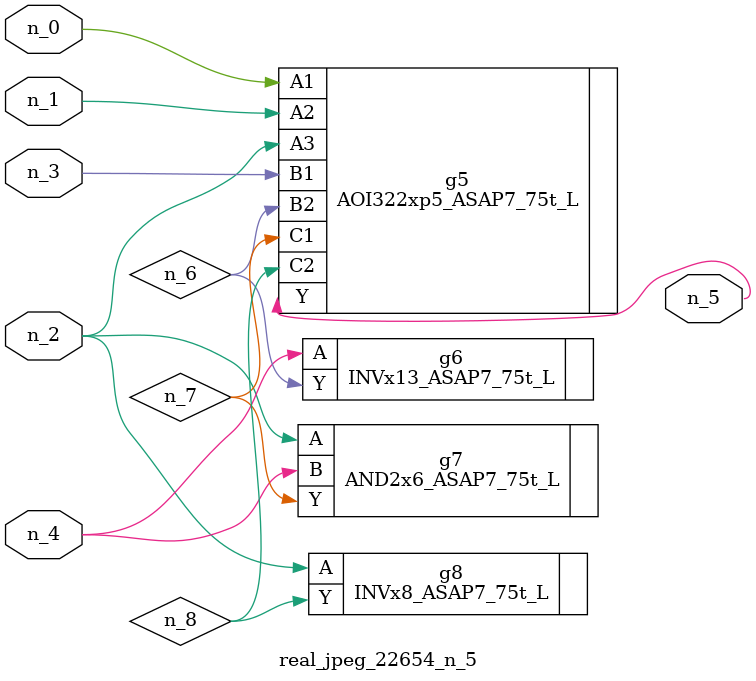
<source format=v>
module real_jpeg_22654_n_5 (n_4, n_0, n_1, n_2, n_3, n_5);

input n_4;
input n_0;
input n_1;
input n_2;
input n_3;

output n_5;

wire n_8;
wire n_6;
wire n_7;

AOI322xp5_ASAP7_75t_L g5 ( 
.A1(n_0),
.A2(n_1),
.A3(n_2),
.B1(n_3),
.B2(n_6),
.C1(n_7),
.C2(n_8),
.Y(n_5)
);

AND2x6_ASAP7_75t_L g7 ( 
.A(n_2),
.B(n_4),
.Y(n_7)
);

INVx8_ASAP7_75t_L g8 ( 
.A(n_2),
.Y(n_8)
);

INVx13_ASAP7_75t_L g6 ( 
.A(n_4),
.Y(n_6)
);


endmodule
</source>
